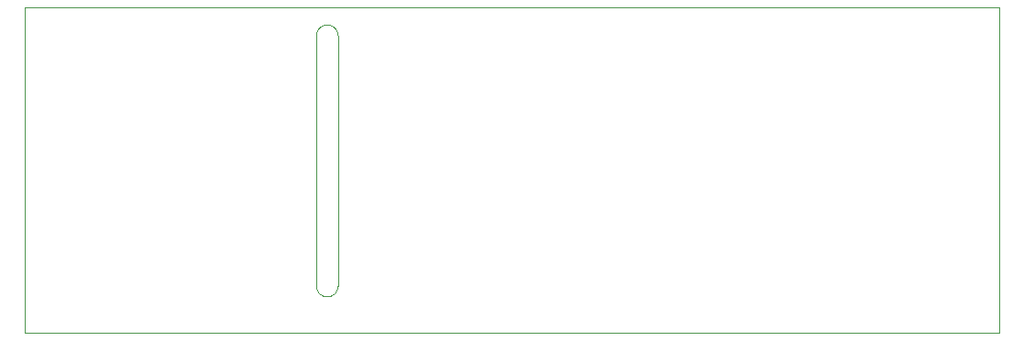
<source format=gm1>
%TF.GenerationSoftware,KiCad,Pcbnew,9.0.0+dfsg-1*%
%TF.CreationDate,2025-03-17T15:53:04+01:00*%
%TF.ProjectId,control-matrix-4,636f6e74-726f-46c2-9d6d-61747269782d,1.0*%
%TF.SameCoordinates,Original*%
%TF.FileFunction,Profile,NP*%
%FSLAX46Y46*%
G04 Gerber Fmt 4.6, Leading zero omitted, Abs format (unit mm)*
G04 Created by KiCad (PCBNEW 9.0.0+dfsg-1) date 2025-03-17 15:53:04*
%MOMM*%
%LPD*%
G01*
G04 APERTURE LIST*
%TA.AperFunction,Profile*%
%ADD10C,0.050000*%
%TD*%
G04 APERTURE END LIST*
D10*
X86950000Y-82600000D02*
G75*
G02*
X88950000Y-82600000I1000000J0D01*
G01*
X88950000Y-82600000D02*
X88950000Y-105700000D01*
X88950000Y-105700000D02*
G75*
G02*
X86950000Y-105700000I-1000000J0D01*
G01*
X86950000Y-105700000D02*
X86950000Y-82600000D01*
X60000000Y-80000000D02*
X150000000Y-80000000D01*
X150000000Y-110000000D01*
X60000000Y-110000000D01*
X60000000Y-80000000D01*
M02*

</source>
